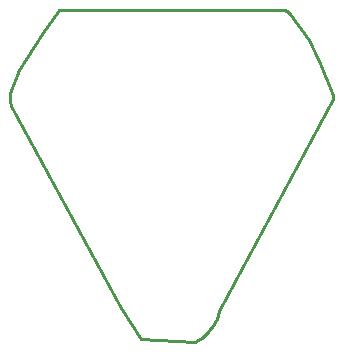
<source format=gbr>
G04 EAGLE Gerber RS-274X export*
G75*
%MOMM*%
%FSLAX34Y34*%
%LPD*%
%IN*%
%IPPOS*%
%AMOC8*
5,1,8,0,0,1.08239X$1,22.5*%
G01*
%ADD10C,0.254000*%


D10*
X0Y166000D02*
X1281Y162000D01*
X94281Y-9160D01*
X111041Y-35560D01*
X156581Y-38100D01*
X159602Y-36416D01*
X162465Y-34474D01*
X165148Y-32291D01*
X167630Y-29882D01*
X169893Y-27265D01*
X171919Y-24462D01*
X173693Y-21493D01*
X175202Y-18380D01*
X176433Y-15147D01*
X177379Y-11820D01*
X177821Y-9700D01*
X273414Y167961D01*
X273611Y168327D01*
X273775Y168709D01*
X273905Y169104D01*
X274001Y169509D01*
X274060Y169920D01*
X274084Y170335D01*
X274071Y170751D01*
X274022Y171164D01*
X273989Y171346D01*
X262281Y200000D01*
X253790Y217825D01*
X237397Y239709D01*
X236899Y240317D01*
X236351Y240878D01*
X235755Y241390D01*
X235117Y241848D01*
X234442Y242248D01*
X233734Y242588D01*
X232999Y242865D01*
X232404Y243038D01*
X42034Y243164D01*
X26955Y222639D01*
X7840Y191943D01*
X0Y172493D01*
X0Y166000D01*
M02*

</source>
